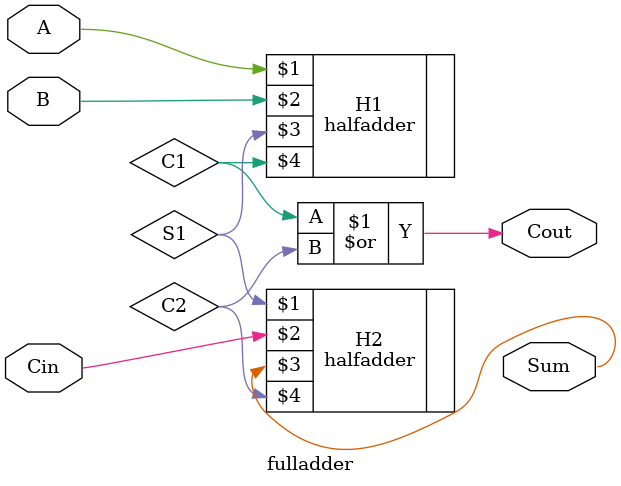
<source format=v>
`timescale 1ns / 1ps


module fulladder(A,B,Cin,Sum,Cout);
    input A, B, Cin;
    output Sum, Cout;
    wire S1, C1, C2;
    halfadder H1 (A, B, S1, C1);
    halfadder H2 (S1, Cin, Sum, C2);
    assign Cout = C1 | C2;
endmodule

</source>
